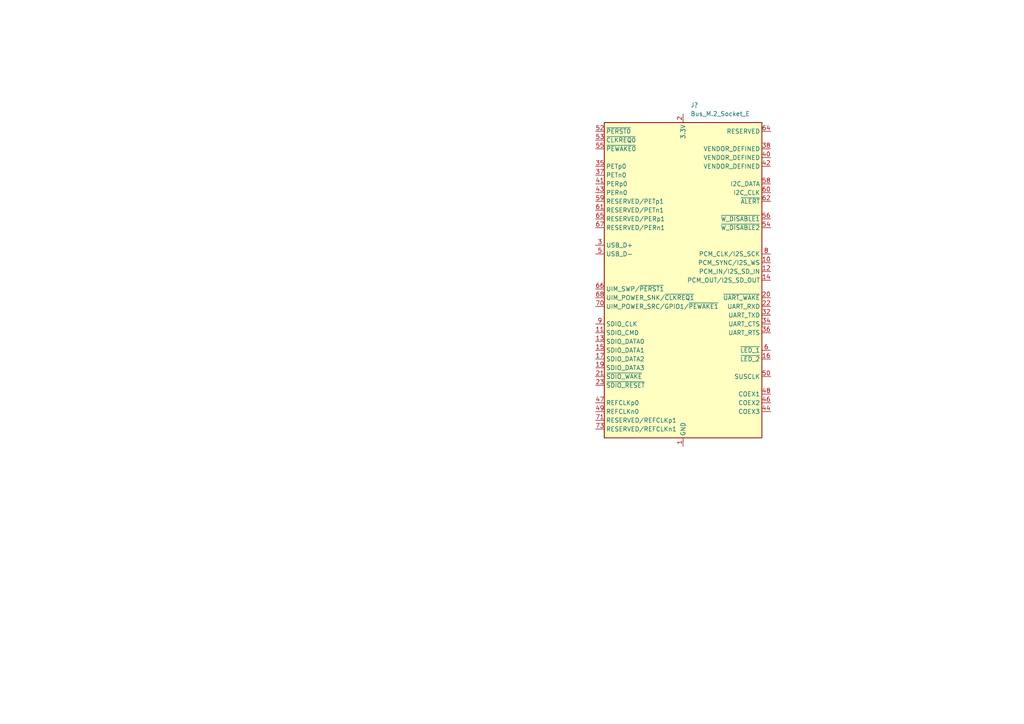
<source format=kicad_sch>
(kicad_sch (version 20250114) (generator "eeschema") (generator_version "9.0")
  (paper "A4")
  (lib_symbols
    (symbol "Connector:Bus_M.2_Socket_E"
      (property "Reference" "J" (at -22.86 46.99 0))
      (property "Value" "Bus_M.2_Socket_E" (at 16.51 46.99 0))
      (symbol "Bus_M.2_Socket_E_0_1"
        (rectangle (start -22.86 45.72) (end 22.86 -45.72) (stroke (width 0.254)) (fill (type background)))
      )
      (symbol "Bus_M.2_Socket_E_1_1"
        (pin output line (at -25.4 43.18 0) (length 2.54) (name "~{PERST0}") (number "52"))
        (pin bidirectional line (at -25.4 40.64 0) (length 2.54) (name "~{CLKREQ0}") (number "53"))
        (pin bidirectional line (at -25.4 38.1 0) (length 2.54) (name "~{PEWAKE0}") (number "55"))
        (pin output line (at -25.4 33.02 0) (length 2.54) (name "PETp0") (number "35"))
        (pin output line (at -25.4 30.48 0) (length 2.54) (name "PETn0") (number "37"))
        (pin input line (at -25.4 27.94 0) (length 2.54) (name "PERp0") (number "41"))
        (pin input line (at -25.4 25.4 0) (length 2.54) (name "PERn0") (number "43"))
        (pin output line (at -25.4 22.86 0) (length 2.54) (name "RESERVED/PETp1") (number "59"))
        (pin output line (at -25.4 20.32 0) (length 2.54) (name "RESERVED/PETn1") (number "61"))
        (pin input line (at -25.4 17.78 0) (length 2.54) (name "RESERVED/PERp1") (number "65"))
        (pin input line (at -25.4 15.24 0) (length 2.54) (name "RESERVED/PERn1") (number "67"))
        (pin bidirectional line (at -25.4 10.16 0) (length 2.54) (name "USB_D+") (number "3"))
        (pin bidirectional line (at -25.4 7.62 0) (length 2.54) (name "USB_D-") (number "5"))
        (pin output line (at -25.4 -2.54 0) (length 2.54) (name "UIM_SWP/~{PERST1}") (number "66"))
        (pin bidirectional line (at -25.4 -5.08 0) (length 2.54) (name "UIM_POWER_SNK/~{CLKREQ1}") (number "68"))
        (pin bidirectional line (at -25.4 -7.62 0) (length 2.54) (name "UIM_POWER_SRC/GPIO1/~{PEWAKE1}") (number "70"))
        (pin output line (at -25.4 -12.7 0) (length 2.54) (name "SDIO_CLK") (number "9"))
        (pin bidirectional line (at -25.4 -15.24 0) (length 2.54) (name "SDIO_CMD") (number "11"))
        (pin bidirectional line (at -25.4 -17.78 0) (length 2.54) (name "SDIO_DATA0") (number "13"))
        (pin bidirectional line (at -25.4 -20.32 0) (length 2.54) (name "SDIO_DATA1") (number "15"))
        (pin bidirectional line (at -25.4 -22.86 0) (length 2.54) (name "SDIO_DATA2") (number "17"))
        (pin bidirectional line (at -25.4 -25.4 0) (length 2.54) (name "SDIO_DATA3") (number "19"))
        (pin input line (at -25.4 -27.94 0) (length 2.54) (name "~{SDIO_WAKE}") (number "21"))
        (pin output line (at -25.4 -30.48 0) (length 2.54) (name "~{SDIO_RESET}") (number "23"))
        (pin output line (at -25.4 -35.56 0) (length 2.54) (name "REFCLKp0") (number "47"))
        (pin output line (at -25.4 -38.1 0) (length 2.54) (name "REFCLKn0") (number "49"))
        (pin output line (at -25.4 -40.64 0) (length 2.54) (name "RESERVED/REFCLKp1") (number "71"))
        (pin output line (at -25.4 -43.18 0) (length 2.54) (name "RESERVED/REFCLKn1") (number "73"))
        (pin power_in line (at 0 48.26 270) (length 2.54) (name "3.3V") (number "2"))
        (pin passive line (at 0 48.26 270) (length 2.54) (hide yes) (name "3.3V") (number "4"))
        (pin passive line (at 0 48.26 270) (length 2.54) (hide yes) (name "3.3V") (number "72"))
        (pin passive line (at 0 48.26 270) (length 2.54) (hide yes) (name "3.3V") (number "74"))
        (pin power_in line (at 0 -48.26 90) (length 2.54) (name "GND") (number "1"))
        (pin passive line (at 0 -48.26 90) (length 2.54) (hide yes) (name "GND") (number "18"))
        (pin passive line (at 0 -48.26 90) (length 2.54) (hide yes) (name "GND") (number "33"))
        (pin passive line (at 0 -48.26 90) (length 2.54) (hide yes) (name "GND") (number "39"))
        (pin passive line (at 0 -48.26 90) (length 2.54) (hide yes) (name "GND") (number "45"))
        (pin passive line (at 0 -48.26 90) (length 2.54) (hide yes) (name "GND") (number "51"))
        (pin passive line (at 0 -48.26 90) (length 2.54) (hide yes) (name "GND") (number "57"))
        (pin passive line (at 0 -48.26 90) (length 2.54) (hide yes) (name "GND") (number "63"))
        (pin passive line (at 0 -48.26 90) (length 2.54) (hide yes) (name "GND") (number "69"))
        (pin passive line (at 0 -48.26 90) (length 2.54) (hide yes) (name "GND") (number "7"))
        (pin passive line (at 0 -48.26 90) (length 2.54) (hide yes) (name "GND") (number "75"))
        (pin passive line (at 25.4 43.18 180) (length 2.54) (name "RESERVED") (number "64"))
        (pin passive line (at 25.4 38.1 180) (length 2.54) (name "VENDOR_DEFINED") (number "38"))
        (pin passive line (at 25.4 35.56 180) (length 2.54) (name "VENDOR_DEFINED") (number "40"))
        (pin passive line (at 25.4 33.02 180) (length 2.54) (name "VENDOR_DEFINED") (number "42"))
        (pin bidirectional line (at 25.4 27.94 180) (length 2.54) (name "I2C_DATA") (number "58"))
        (pin output line (at 25.4 25.4 180) (length 2.54) (name "I2C_CLK") (number "60"))
        (pin input line (at 25.4 22.86 180) (length 2.54) (name "~{ALERT}") (number "62"))
        (pin output line (at 25.4 17.78 180) (length 2.54) (name "~{W_DISABLE1}") (number "56"))
        (pin output line (at 25.4 15.24 180) (length 2.54) (name "~{W_DISABLE2}") (number "54"))
        (pin bidirectional line (at 25.4 7.62 180) (length 2.54) (name "PCM_CLK/I2S_SCK") (number "8"))
        (pin bidirectional line (at 25.4 5.08 180) (length 2.54) (name "PCM_SYNC/I2S_WS") (number "10"))
        (pin input line (at 25.4 2.54 180) (length 2.54) (name "PCM_IN/I2S_SD_IN") (number "12"))
        (pin output line (at 25.4 0 180) (length 2.54) (name "PCM_OUT/I2S_SD_OUT") (number "14"))
        (pin input line (at 25.4 -5.08 180) (length 2.54) (name "~{UART_WAKE}") (number "20"))
        (pin input line (at 25.4 -7.62 180) (length 2.54) (name "UART_RXD") (number "22"))
        (pin output line (at 25.4 -10.16 180) (length 2.54) (name "UART_TXD") (number "32"))
        (pin input line (at 25.4 -12.7 180) (length 2.54) (name "UART_CTS") (number "34"))
        (pin output line (at 25.4 -15.24 180) (length 2.54) (name "UART_RTS") (number "36"))
        (pin open_collector line (at 25.4 -20.32 180) (length 2.54) (name "~{LED_1}") (number "6"))
        (pin open_collector line (at 25.4 -22.86 180) (length 2.54) (name "~{LED_2}") (number "16"))
        (pin output line (at 25.4 -27.94 180) (length 2.54) (name "SUSCLK") (number "50"))
        (pin bidirectional line (at 25.4 -33.02 180) (length 2.54) (name "COEX1") (number "48"))
        (pin bidirectional line (at 25.4 -35.56 180) (length 2.54) (name "COEX2") (number "46"))
        (pin bidirectional line (at 25.4 -38.1 180) (length 2.54) (name "COEX3") (number "44"))
      )
    )
  )
  (symbol (lib_id "Connector:Bus_M.2_Socket_E") (at 198.12 81.28 0) (unit 1)
    (property "Reference" "J?" (at 200.2633 30.48 0) (effects (justify left)))
    (property "Value" "Bus_M.2_Socket_E" (at 200.2633 33.02 0) (effects (justify left)))
    (property "Footprint" "router-footprints:AMPHENOL_MDT420E03001" (effects (hide yes)))
    (property "Datasheet" "https://www.digikey.com/en/products/detail/amphenol-cs-fci/MDT420E03001/5810340" (effects (hide yes)))
    (property "Description" "M.2 Socket 1-SD Mechanical Key E" (effects (hide yes)))
    (property "PCIE_CARD" "https://www.digikey.com/en/products/detail/ezurio/ST60-2230C-P/8555285?gclsrc=aw.ds&gad_source=1&gad_campaignid=20228387720&gbraid=0AAAAADrbLlgp3On5OaMhIlI5D_PCaB64x&gclid=Cj0KCQiAsNPKBhCqARIsACm01fTk5EohPZ5n5UvZtVH2O3mxbTknEu8lOURSKTYoV0iIvJBudW32qi8aAtbvEALw_wcB" (effects (hide yes)))
  )
)
</source>
